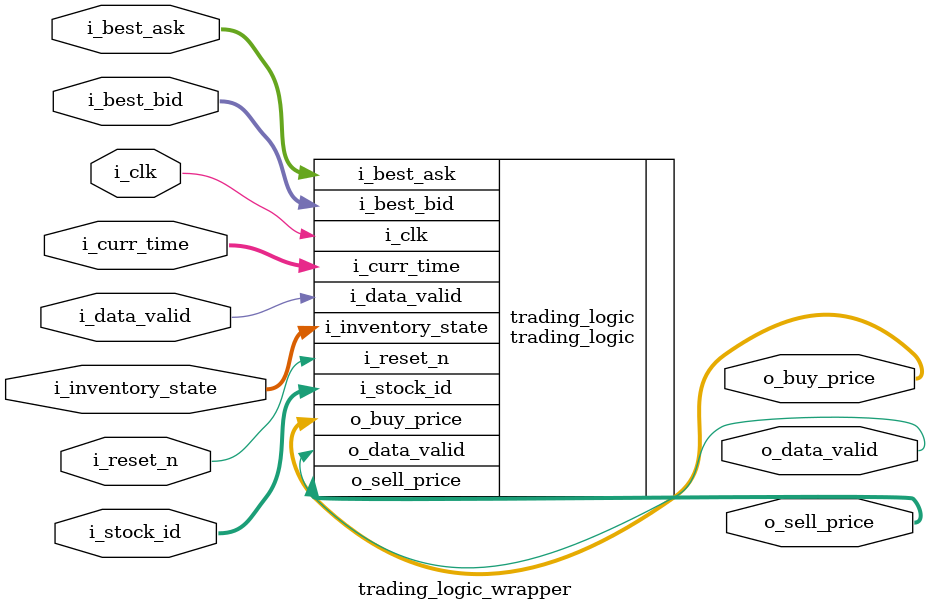
<source format=sv>
`include "../rtl/quote_price.sv"
`include "../rtl/ref_price.sv"
`include "../rtl/spread.sv"
`include "../rtl/volatility_ctrl.sv"
`include "../rtl/volatility_mem.sv"
`include "../rtl/volatility.sv"
`include "../rtl/trading_logic.sv"
`timescale 1ns/1ps
module trading_logic_wrapper
#(
    parameter DATA_WIDTH = 32,
    parameter FP_WORD_SIZE = 64,
    parameter NUM_STOCKS = 4,
    parameter BUFFER_SIZE = 32
)
(
    input logic                                     i_clk,
    input logic                                     i_reset_n,
    input logic [DATA_WIDTH - 1 : 0]                i_best_ask,
    input logic [DATA_WIDTH - 1 : 0]                i_best_bid,
    input logic [FP_WORD_SIZE - 1 : 0]              i_curr_time,
    input logic [FP_WORD_SIZE - 1 : 0]              i_inventory_state,
    input logic                                     i_data_valid,
    input logic  [$clog2(NUM_STOCKS) - 1 : 0]       i_stock_id,
    output logic [DATA_WIDTH - 1 : 0]               o_buy_price,
    output logic [DATA_WIDTH - 1 : 0]               o_sell_price,
    output logic                                    o_data_valid
);

    trading_logic trading_logic
    (
        .i_clk(i_clk),
        .i_reset_n(i_reset_n),
        .i_best_ask(i_best_ask),
        .i_best_bid(i_best_bid),
        .i_curr_time(i_curr_time),
        .i_inventory_state(i_inventory_state),
        .i_data_valid(i_data_valid),
        .i_stock_id(i_stock_id),
        .o_buy_price(o_buy_price),
        .o_sell_price(o_sell_price),
        .o_data_valid(o_data_valid)  
    );

    initial
    begin
        $dumpfile("test.vcd");
        $dumpvars;
    end

endmodule
</source>
